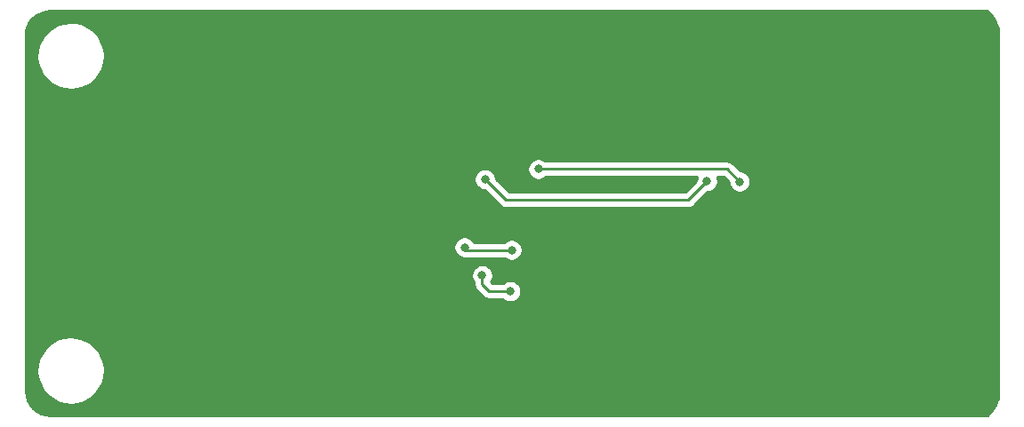
<source format=gbl>
G04 #@! TF.GenerationSoftware,KiCad,Pcbnew,(5.1.2-1)-1*
G04 #@! TF.CreationDate,2019-09-23T09:48:08+02:00*
G04 #@! TF.ProjectId,briefkastensensor,62726965-666b-4617-9374-656e73656e73,rev?*
G04 #@! TF.SameCoordinates,Original*
G04 #@! TF.FileFunction,Copper,L2,Bot*
G04 #@! TF.FilePolarity,Positive*
%FSLAX46Y46*%
G04 Gerber Fmt 4.6, Leading zero omitted, Abs format (unit mm)*
G04 Created by KiCad (PCBNEW (5.1.2-1)-1) date 2019-09-23 09:48:08*
%MOMM*%
%LPD*%
G04 APERTURE LIST*
%ADD10C,0.800000*%
%ADD11C,0.250000*%
%ADD12C,0.254000*%
G04 APERTURE END LIST*
D10*
X149542500Y-83289147D03*
X168706800Y-84480400D03*
X144182000Y-93421200D03*
X146862800Y-94945200D03*
X143500000Y-75844400D03*
X127500000Y-87500000D03*
X139000000Y-87500000D03*
X119500000Y-87500000D03*
X111000000Y-87500000D03*
X151500000Y-93000000D03*
X127500000Y-76000000D03*
X135500000Y-76000000D03*
X168000000Y-93000000D03*
X160500000Y-93000000D03*
X143500000Y-99000000D03*
X134048500Y-98996500D03*
X168000000Y-87500000D03*
X111000000Y-82000000D03*
X119500000Y-82000000D03*
X127500000Y-82000000D03*
X127500000Y-93000000D03*
X119500000Y-93000000D03*
X111000000Y-93000000D03*
X120650000Y-76708000D03*
X119500000Y-99000000D03*
X127500000Y-99000000D03*
X183515000Y-82550000D03*
X183500000Y-87500000D03*
X175500000Y-93000000D03*
X183500000Y-93000000D03*
X175500000Y-70000000D03*
X175500000Y-82000000D03*
X175500000Y-99000000D03*
X160000000Y-99000000D03*
X168000000Y-99000000D03*
X151500000Y-99000000D03*
X168000000Y-76000000D03*
X183500000Y-76000000D03*
X183500000Y-99000000D03*
X111000000Y-76000000D03*
X111000000Y-99000000D03*
X191643000Y-86169500D03*
X175500000Y-87500000D03*
X102006400Y-105003600D03*
X102006400Y-69983600D03*
X155500000Y-84772500D03*
X192214500Y-90551000D03*
X136000000Y-93000000D03*
X141000000Y-93000000D03*
X163449000Y-81978500D03*
X168000000Y-105000000D03*
X160000000Y-105000000D03*
X151500000Y-105000000D03*
X143500000Y-105003600D03*
X135500000Y-105000000D03*
X127500000Y-105000000D03*
X192000000Y-70000000D03*
X183500000Y-70000000D03*
X175500000Y-76000000D03*
X156750000Y-70000000D03*
X135500000Y-70000000D03*
X127500000Y-70000000D03*
X119500000Y-70000000D03*
X111000000Y-70000000D03*
X102000000Y-87500000D03*
X102000000Y-93000000D03*
X102000000Y-99000000D03*
X102000000Y-76000000D03*
X102000000Y-82000000D03*
X175500000Y-105000000D03*
X141071600Y-71831200D03*
X192000000Y-99000000D03*
X192000000Y-105000000D03*
X165750000Y-70000000D03*
X192000000Y-76000000D03*
X192000000Y-82000000D03*
X183500000Y-105000000D03*
X192000000Y-93000000D03*
X119500000Y-105000000D03*
X149961600Y-78500000D03*
X111000000Y-105000000D03*
X147000000Y-91000000D03*
X142500000Y-90750000D03*
X144462500Y-84264500D03*
X165608000Y-84455000D03*
D11*
X167515547Y-83289147D02*
X168706800Y-84480400D01*
X149735547Y-83289147D02*
X167515547Y-83289147D01*
X144842400Y-94945200D02*
X146862800Y-94945200D01*
X144182000Y-94284800D02*
X144842400Y-94945200D01*
X144182000Y-94284800D02*
X144182000Y-93421200D01*
X142750000Y-91000000D02*
X142500000Y-90750000D01*
X147000000Y-91000000D02*
X142750000Y-91000000D01*
X144477000Y-84250000D02*
X144462500Y-84264500D01*
X144462500Y-84264500D02*
X146431000Y-86233000D01*
X146431000Y-86233000D02*
X162052000Y-86233000D01*
X162052000Y-86233000D02*
X162560000Y-86233000D01*
X163830000Y-86233000D02*
X165608000Y-84455000D01*
X162877500Y-86233000D02*
X163830000Y-86233000D01*
X162052000Y-86233000D02*
X162877500Y-86233000D01*
D12*
G36*
X192292054Y-68252582D02*
G01*
X192532083Y-68467244D01*
X192746580Y-68707423D01*
X192932850Y-68970098D01*
X193088549Y-69251965D01*
X193211730Y-69549493D01*
X193300837Y-69858938D01*
X193354753Y-70176407D01*
X193373000Y-70501470D01*
X193373000Y-104496440D01*
X193354737Y-104821646D01*
X193300772Y-105139266D01*
X193211591Y-105448818D01*
X193088300Y-105746468D01*
X192932471Y-106028421D01*
X192746049Y-106291156D01*
X192531376Y-106531376D01*
X192291156Y-106746049D01*
X192229213Y-106790000D01*
X103034721Y-106790000D01*
X102555867Y-106743048D01*
X102128647Y-106614063D01*
X101734616Y-106404554D01*
X101388786Y-106122501D01*
X101104328Y-105778651D01*
X100892073Y-105386093D01*
X100760109Y-104959788D01*
X100710000Y-104483036D01*
X100710000Y-102545098D01*
X101770315Y-102545098D01*
X101840583Y-103171555D01*
X102031193Y-103772432D01*
X102334883Y-104324843D01*
X102740087Y-104807747D01*
X103231371Y-105202749D01*
X103790021Y-105494804D01*
X104394758Y-105672788D01*
X105022549Y-105729921D01*
X105649482Y-105664028D01*
X106251675Y-105477618D01*
X106806193Y-105177791D01*
X107291913Y-104775968D01*
X107690336Y-104287455D01*
X107986284Y-103730857D01*
X108168485Y-103127377D01*
X108230000Y-102500000D01*
X108228741Y-102409813D01*
X108149732Y-101784398D01*
X107950752Y-101186241D01*
X107639378Y-100638124D01*
X107227471Y-100160925D01*
X106730721Y-99772821D01*
X106168047Y-99488594D01*
X105560884Y-99319071D01*
X104932356Y-99270708D01*
X104306405Y-99345349D01*
X103706873Y-99540148D01*
X103156595Y-99847688D01*
X102676532Y-100256253D01*
X102284970Y-100750282D01*
X101996822Y-101310958D01*
X101823064Y-101916923D01*
X101770315Y-102545098D01*
X100710000Y-102545098D01*
X100710000Y-93319261D01*
X143147000Y-93319261D01*
X143147000Y-93523139D01*
X143186774Y-93723098D01*
X143264795Y-93911456D01*
X143378063Y-94080974D01*
X143422000Y-94124911D01*
X143422000Y-94247478D01*
X143418324Y-94284800D01*
X143422000Y-94322122D01*
X143422000Y-94322132D01*
X143432997Y-94433785D01*
X143459430Y-94520924D01*
X143476454Y-94577046D01*
X143547026Y-94709076D01*
X143586871Y-94757626D01*
X143641999Y-94824801D01*
X143671002Y-94848603D01*
X144278600Y-95456202D01*
X144302399Y-95485201D01*
X144418124Y-95580174D01*
X144550153Y-95650746D01*
X144693414Y-95694203D01*
X144805067Y-95705200D01*
X144805075Y-95705200D01*
X144842400Y-95708876D01*
X144879725Y-95705200D01*
X146159089Y-95705200D01*
X146203026Y-95749137D01*
X146372544Y-95862405D01*
X146560902Y-95940426D01*
X146760861Y-95980200D01*
X146964739Y-95980200D01*
X147164698Y-95940426D01*
X147353056Y-95862405D01*
X147522574Y-95749137D01*
X147666737Y-95604974D01*
X147780005Y-95435456D01*
X147858026Y-95247098D01*
X147897800Y-95047139D01*
X147897800Y-94843261D01*
X147858026Y-94643302D01*
X147780005Y-94454944D01*
X147666737Y-94285426D01*
X147522574Y-94141263D01*
X147353056Y-94027995D01*
X147164698Y-93949974D01*
X146964739Y-93910200D01*
X146760861Y-93910200D01*
X146560902Y-93949974D01*
X146372544Y-94027995D01*
X146203026Y-94141263D01*
X146159089Y-94185200D01*
X145157202Y-94185200D01*
X145012789Y-94040787D01*
X145099205Y-93911456D01*
X145177226Y-93723098D01*
X145217000Y-93523139D01*
X145217000Y-93319261D01*
X145177226Y-93119302D01*
X145099205Y-92930944D01*
X144985937Y-92761426D01*
X144841774Y-92617263D01*
X144672256Y-92503995D01*
X144483898Y-92425974D01*
X144283939Y-92386200D01*
X144080061Y-92386200D01*
X143880102Y-92425974D01*
X143691744Y-92503995D01*
X143522226Y-92617263D01*
X143378063Y-92761426D01*
X143264795Y-92930944D01*
X143186774Y-93119302D01*
X143147000Y-93319261D01*
X100710000Y-93319261D01*
X100710000Y-90648061D01*
X141465000Y-90648061D01*
X141465000Y-90851939D01*
X141504774Y-91051898D01*
X141582795Y-91240256D01*
X141696063Y-91409774D01*
X141840226Y-91553937D01*
X142009744Y-91667205D01*
X142198102Y-91745226D01*
X142398061Y-91785000D01*
X142601939Y-91785000D01*
X142722673Y-91760985D01*
X142749999Y-91763676D01*
X142787322Y-91760000D01*
X146296289Y-91760000D01*
X146340226Y-91803937D01*
X146509744Y-91917205D01*
X146698102Y-91995226D01*
X146898061Y-92035000D01*
X147101939Y-92035000D01*
X147301898Y-91995226D01*
X147490256Y-91917205D01*
X147659774Y-91803937D01*
X147803937Y-91659774D01*
X147917205Y-91490256D01*
X147995226Y-91301898D01*
X148035000Y-91101939D01*
X148035000Y-90898061D01*
X147995226Y-90698102D01*
X147917205Y-90509744D01*
X147803937Y-90340226D01*
X147659774Y-90196063D01*
X147490256Y-90082795D01*
X147301898Y-90004774D01*
X147101939Y-89965000D01*
X146898061Y-89965000D01*
X146698102Y-90004774D01*
X146509744Y-90082795D01*
X146340226Y-90196063D01*
X146296289Y-90240000D01*
X143404013Y-90240000D01*
X143303937Y-90090226D01*
X143159774Y-89946063D01*
X142990256Y-89832795D01*
X142801898Y-89754774D01*
X142601939Y-89715000D01*
X142398061Y-89715000D01*
X142198102Y-89754774D01*
X142009744Y-89832795D01*
X141840226Y-89946063D01*
X141696063Y-90090226D01*
X141582795Y-90259744D01*
X141504774Y-90448102D01*
X141465000Y-90648061D01*
X100710000Y-90648061D01*
X100710000Y-84162561D01*
X143427500Y-84162561D01*
X143427500Y-84366439D01*
X143467274Y-84566398D01*
X143545295Y-84754756D01*
X143658563Y-84924274D01*
X143802726Y-85068437D01*
X143972244Y-85181705D01*
X144160602Y-85259726D01*
X144360561Y-85299500D01*
X144422698Y-85299500D01*
X145867205Y-86744008D01*
X145890999Y-86773001D01*
X145919992Y-86796795D01*
X145919996Y-86796799D01*
X145990685Y-86854811D01*
X146006724Y-86867974D01*
X146138753Y-86938546D01*
X146282014Y-86982003D01*
X146393667Y-86993000D01*
X146393676Y-86993000D01*
X146430999Y-86996676D01*
X146468322Y-86993000D01*
X163792678Y-86993000D01*
X163830000Y-86996676D01*
X163867322Y-86993000D01*
X163867333Y-86993000D01*
X163978986Y-86982003D01*
X164122247Y-86938546D01*
X164254276Y-86867974D01*
X164370001Y-86773001D01*
X164393804Y-86743997D01*
X165647802Y-85490000D01*
X165709939Y-85490000D01*
X165909898Y-85450226D01*
X166098256Y-85372205D01*
X166267774Y-85258937D01*
X166411937Y-85114774D01*
X166525205Y-84945256D01*
X166603226Y-84756898D01*
X166643000Y-84556939D01*
X166643000Y-84353061D01*
X166603226Y-84153102D01*
X166560166Y-84049147D01*
X167200746Y-84049147D01*
X167671800Y-84520202D01*
X167671800Y-84582339D01*
X167711574Y-84782298D01*
X167789595Y-84970656D01*
X167902863Y-85140174D01*
X168047026Y-85284337D01*
X168216544Y-85397605D01*
X168404902Y-85475626D01*
X168604861Y-85515400D01*
X168808739Y-85515400D01*
X169008698Y-85475626D01*
X169197056Y-85397605D01*
X169366574Y-85284337D01*
X169510737Y-85140174D01*
X169624005Y-84970656D01*
X169702026Y-84782298D01*
X169741800Y-84582339D01*
X169741800Y-84378461D01*
X169702026Y-84178502D01*
X169624005Y-83990144D01*
X169510737Y-83820626D01*
X169366574Y-83676463D01*
X169197056Y-83563195D01*
X169008698Y-83485174D01*
X168808739Y-83445400D01*
X168746602Y-83445400D01*
X168079351Y-82778150D01*
X168055548Y-82749146D01*
X167939823Y-82654173D01*
X167807794Y-82583601D01*
X167664533Y-82540144D01*
X167552880Y-82529147D01*
X167552869Y-82529147D01*
X167515547Y-82525471D01*
X167478225Y-82529147D01*
X150246211Y-82529147D01*
X150202274Y-82485210D01*
X150032756Y-82371942D01*
X149844398Y-82293921D01*
X149644439Y-82254147D01*
X149440561Y-82254147D01*
X149240602Y-82293921D01*
X149052244Y-82371942D01*
X148882726Y-82485210D01*
X148738563Y-82629373D01*
X148625295Y-82798891D01*
X148547274Y-82987249D01*
X148507500Y-83187208D01*
X148507500Y-83391086D01*
X148547274Y-83591045D01*
X148625295Y-83779403D01*
X148738563Y-83948921D01*
X148882726Y-84093084D01*
X149052244Y-84206352D01*
X149240602Y-84284373D01*
X149440561Y-84324147D01*
X149644439Y-84324147D01*
X149844398Y-84284373D01*
X150032756Y-84206352D01*
X150202274Y-84093084D01*
X150246211Y-84049147D01*
X164655834Y-84049147D01*
X164612774Y-84153102D01*
X164573000Y-84353061D01*
X164573000Y-84415198D01*
X163515199Y-85473000D01*
X146745803Y-85473000D01*
X145497500Y-84224698D01*
X145497500Y-84162561D01*
X145457726Y-83962602D01*
X145379705Y-83774244D01*
X145266437Y-83604726D01*
X145122274Y-83460563D01*
X144952756Y-83347295D01*
X144764398Y-83269274D01*
X144564439Y-83229500D01*
X144360561Y-83229500D01*
X144160602Y-83269274D01*
X143972244Y-83347295D01*
X143802726Y-83460563D01*
X143658563Y-83604726D01*
X143545295Y-83774244D01*
X143467274Y-83962602D01*
X143427500Y-84162561D01*
X100710000Y-84162561D01*
X100710000Y-72545098D01*
X101770315Y-72545098D01*
X101840583Y-73171555D01*
X102031193Y-73772432D01*
X102334883Y-74324843D01*
X102740087Y-74807747D01*
X103231371Y-75202749D01*
X103790021Y-75494804D01*
X104394758Y-75672788D01*
X105022549Y-75729921D01*
X105649482Y-75664028D01*
X106251675Y-75477618D01*
X106806193Y-75177791D01*
X107291913Y-74775968D01*
X107690336Y-74287455D01*
X107986284Y-73730857D01*
X108168485Y-73127377D01*
X108230000Y-72500000D01*
X108228741Y-72409813D01*
X108149732Y-71784398D01*
X107950752Y-71186241D01*
X107639378Y-70638124D01*
X107227471Y-70160925D01*
X106730721Y-69772821D01*
X106168047Y-69488594D01*
X105560884Y-69319071D01*
X104932356Y-69270708D01*
X104306405Y-69345349D01*
X103706873Y-69540148D01*
X103156595Y-69847688D01*
X102676532Y-70256253D01*
X102284970Y-70750282D01*
X101996822Y-71310958D01*
X101823064Y-71916923D01*
X101770315Y-72545098D01*
X100710000Y-72545098D01*
X100710000Y-70534721D01*
X100756953Y-70055866D01*
X100885938Y-69628645D01*
X101095446Y-69234616D01*
X101377499Y-68888786D01*
X101721351Y-68604327D01*
X102113910Y-68392071D01*
X102540213Y-68260108D01*
X103016964Y-68210000D01*
X192232094Y-68210000D01*
X192292054Y-68252582D01*
X192292054Y-68252582D01*
G37*
X192292054Y-68252582D02*
X192532083Y-68467244D01*
X192746580Y-68707423D01*
X192932850Y-68970098D01*
X193088549Y-69251965D01*
X193211730Y-69549493D01*
X193300837Y-69858938D01*
X193354753Y-70176407D01*
X193373000Y-70501470D01*
X193373000Y-104496440D01*
X193354737Y-104821646D01*
X193300772Y-105139266D01*
X193211591Y-105448818D01*
X193088300Y-105746468D01*
X192932471Y-106028421D01*
X192746049Y-106291156D01*
X192531376Y-106531376D01*
X192291156Y-106746049D01*
X192229213Y-106790000D01*
X103034721Y-106790000D01*
X102555867Y-106743048D01*
X102128647Y-106614063D01*
X101734616Y-106404554D01*
X101388786Y-106122501D01*
X101104328Y-105778651D01*
X100892073Y-105386093D01*
X100760109Y-104959788D01*
X100710000Y-104483036D01*
X100710000Y-102545098D01*
X101770315Y-102545098D01*
X101840583Y-103171555D01*
X102031193Y-103772432D01*
X102334883Y-104324843D01*
X102740087Y-104807747D01*
X103231371Y-105202749D01*
X103790021Y-105494804D01*
X104394758Y-105672788D01*
X105022549Y-105729921D01*
X105649482Y-105664028D01*
X106251675Y-105477618D01*
X106806193Y-105177791D01*
X107291913Y-104775968D01*
X107690336Y-104287455D01*
X107986284Y-103730857D01*
X108168485Y-103127377D01*
X108230000Y-102500000D01*
X108228741Y-102409813D01*
X108149732Y-101784398D01*
X107950752Y-101186241D01*
X107639378Y-100638124D01*
X107227471Y-100160925D01*
X106730721Y-99772821D01*
X106168047Y-99488594D01*
X105560884Y-99319071D01*
X104932356Y-99270708D01*
X104306405Y-99345349D01*
X103706873Y-99540148D01*
X103156595Y-99847688D01*
X102676532Y-100256253D01*
X102284970Y-100750282D01*
X101996822Y-101310958D01*
X101823064Y-101916923D01*
X101770315Y-102545098D01*
X100710000Y-102545098D01*
X100710000Y-93319261D01*
X143147000Y-93319261D01*
X143147000Y-93523139D01*
X143186774Y-93723098D01*
X143264795Y-93911456D01*
X143378063Y-94080974D01*
X143422000Y-94124911D01*
X143422000Y-94247478D01*
X143418324Y-94284800D01*
X143422000Y-94322122D01*
X143422000Y-94322132D01*
X143432997Y-94433785D01*
X143459430Y-94520924D01*
X143476454Y-94577046D01*
X143547026Y-94709076D01*
X143586871Y-94757626D01*
X143641999Y-94824801D01*
X143671002Y-94848603D01*
X144278600Y-95456202D01*
X144302399Y-95485201D01*
X144418124Y-95580174D01*
X144550153Y-95650746D01*
X144693414Y-95694203D01*
X144805067Y-95705200D01*
X144805075Y-95705200D01*
X144842400Y-95708876D01*
X144879725Y-95705200D01*
X146159089Y-95705200D01*
X146203026Y-95749137D01*
X146372544Y-95862405D01*
X146560902Y-95940426D01*
X146760861Y-95980200D01*
X146964739Y-95980200D01*
X147164698Y-95940426D01*
X147353056Y-95862405D01*
X147522574Y-95749137D01*
X147666737Y-95604974D01*
X147780005Y-95435456D01*
X147858026Y-95247098D01*
X147897800Y-95047139D01*
X147897800Y-94843261D01*
X147858026Y-94643302D01*
X147780005Y-94454944D01*
X147666737Y-94285426D01*
X147522574Y-94141263D01*
X147353056Y-94027995D01*
X147164698Y-93949974D01*
X146964739Y-93910200D01*
X146760861Y-93910200D01*
X146560902Y-93949974D01*
X146372544Y-94027995D01*
X146203026Y-94141263D01*
X146159089Y-94185200D01*
X145157202Y-94185200D01*
X145012789Y-94040787D01*
X145099205Y-93911456D01*
X145177226Y-93723098D01*
X145217000Y-93523139D01*
X145217000Y-93319261D01*
X145177226Y-93119302D01*
X145099205Y-92930944D01*
X144985937Y-92761426D01*
X144841774Y-92617263D01*
X144672256Y-92503995D01*
X144483898Y-92425974D01*
X144283939Y-92386200D01*
X144080061Y-92386200D01*
X143880102Y-92425974D01*
X143691744Y-92503995D01*
X143522226Y-92617263D01*
X143378063Y-92761426D01*
X143264795Y-92930944D01*
X143186774Y-93119302D01*
X143147000Y-93319261D01*
X100710000Y-93319261D01*
X100710000Y-90648061D01*
X141465000Y-90648061D01*
X141465000Y-90851939D01*
X141504774Y-91051898D01*
X141582795Y-91240256D01*
X141696063Y-91409774D01*
X141840226Y-91553937D01*
X142009744Y-91667205D01*
X142198102Y-91745226D01*
X142398061Y-91785000D01*
X142601939Y-91785000D01*
X142722673Y-91760985D01*
X142749999Y-91763676D01*
X142787322Y-91760000D01*
X146296289Y-91760000D01*
X146340226Y-91803937D01*
X146509744Y-91917205D01*
X146698102Y-91995226D01*
X146898061Y-92035000D01*
X147101939Y-92035000D01*
X147301898Y-91995226D01*
X147490256Y-91917205D01*
X147659774Y-91803937D01*
X147803937Y-91659774D01*
X147917205Y-91490256D01*
X147995226Y-91301898D01*
X148035000Y-91101939D01*
X148035000Y-90898061D01*
X147995226Y-90698102D01*
X147917205Y-90509744D01*
X147803937Y-90340226D01*
X147659774Y-90196063D01*
X147490256Y-90082795D01*
X147301898Y-90004774D01*
X147101939Y-89965000D01*
X146898061Y-89965000D01*
X146698102Y-90004774D01*
X146509744Y-90082795D01*
X146340226Y-90196063D01*
X146296289Y-90240000D01*
X143404013Y-90240000D01*
X143303937Y-90090226D01*
X143159774Y-89946063D01*
X142990256Y-89832795D01*
X142801898Y-89754774D01*
X142601939Y-89715000D01*
X142398061Y-89715000D01*
X142198102Y-89754774D01*
X142009744Y-89832795D01*
X141840226Y-89946063D01*
X141696063Y-90090226D01*
X141582795Y-90259744D01*
X141504774Y-90448102D01*
X141465000Y-90648061D01*
X100710000Y-90648061D01*
X100710000Y-84162561D01*
X143427500Y-84162561D01*
X143427500Y-84366439D01*
X143467274Y-84566398D01*
X143545295Y-84754756D01*
X143658563Y-84924274D01*
X143802726Y-85068437D01*
X143972244Y-85181705D01*
X144160602Y-85259726D01*
X144360561Y-85299500D01*
X144422698Y-85299500D01*
X145867205Y-86744008D01*
X145890999Y-86773001D01*
X145919992Y-86796795D01*
X145919996Y-86796799D01*
X145990685Y-86854811D01*
X146006724Y-86867974D01*
X146138753Y-86938546D01*
X146282014Y-86982003D01*
X146393667Y-86993000D01*
X146393676Y-86993000D01*
X146430999Y-86996676D01*
X146468322Y-86993000D01*
X163792678Y-86993000D01*
X163830000Y-86996676D01*
X163867322Y-86993000D01*
X163867333Y-86993000D01*
X163978986Y-86982003D01*
X164122247Y-86938546D01*
X164254276Y-86867974D01*
X164370001Y-86773001D01*
X164393804Y-86743997D01*
X165647802Y-85490000D01*
X165709939Y-85490000D01*
X165909898Y-85450226D01*
X166098256Y-85372205D01*
X166267774Y-85258937D01*
X166411937Y-85114774D01*
X166525205Y-84945256D01*
X166603226Y-84756898D01*
X166643000Y-84556939D01*
X166643000Y-84353061D01*
X166603226Y-84153102D01*
X166560166Y-84049147D01*
X167200746Y-84049147D01*
X167671800Y-84520202D01*
X167671800Y-84582339D01*
X167711574Y-84782298D01*
X167789595Y-84970656D01*
X167902863Y-85140174D01*
X168047026Y-85284337D01*
X168216544Y-85397605D01*
X168404902Y-85475626D01*
X168604861Y-85515400D01*
X168808739Y-85515400D01*
X169008698Y-85475626D01*
X169197056Y-85397605D01*
X169366574Y-85284337D01*
X169510737Y-85140174D01*
X169624005Y-84970656D01*
X169702026Y-84782298D01*
X169741800Y-84582339D01*
X169741800Y-84378461D01*
X169702026Y-84178502D01*
X169624005Y-83990144D01*
X169510737Y-83820626D01*
X169366574Y-83676463D01*
X169197056Y-83563195D01*
X169008698Y-83485174D01*
X168808739Y-83445400D01*
X168746602Y-83445400D01*
X168079351Y-82778150D01*
X168055548Y-82749146D01*
X167939823Y-82654173D01*
X167807794Y-82583601D01*
X167664533Y-82540144D01*
X167552880Y-82529147D01*
X167552869Y-82529147D01*
X167515547Y-82525471D01*
X167478225Y-82529147D01*
X150246211Y-82529147D01*
X150202274Y-82485210D01*
X150032756Y-82371942D01*
X149844398Y-82293921D01*
X149644439Y-82254147D01*
X149440561Y-82254147D01*
X149240602Y-82293921D01*
X149052244Y-82371942D01*
X148882726Y-82485210D01*
X148738563Y-82629373D01*
X148625295Y-82798891D01*
X148547274Y-82987249D01*
X148507500Y-83187208D01*
X148507500Y-83391086D01*
X148547274Y-83591045D01*
X148625295Y-83779403D01*
X148738563Y-83948921D01*
X148882726Y-84093084D01*
X149052244Y-84206352D01*
X149240602Y-84284373D01*
X149440561Y-84324147D01*
X149644439Y-84324147D01*
X149844398Y-84284373D01*
X150032756Y-84206352D01*
X150202274Y-84093084D01*
X150246211Y-84049147D01*
X164655834Y-84049147D01*
X164612774Y-84153102D01*
X164573000Y-84353061D01*
X164573000Y-84415198D01*
X163515199Y-85473000D01*
X146745803Y-85473000D01*
X145497500Y-84224698D01*
X145497500Y-84162561D01*
X145457726Y-83962602D01*
X145379705Y-83774244D01*
X145266437Y-83604726D01*
X145122274Y-83460563D01*
X144952756Y-83347295D01*
X144764398Y-83269274D01*
X144564439Y-83229500D01*
X144360561Y-83229500D01*
X144160602Y-83269274D01*
X143972244Y-83347295D01*
X143802726Y-83460563D01*
X143658563Y-83604726D01*
X143545295Y-83774244D01*
X143467274Y-83962602D01*
X143427500Y-84162561D01*
X100710000Y-84162561D01*
X100710000Y-72545098D01*
X101770315Y-72545098D01*
X101840583Y-73171555D01*
X102031193Y-73772432D01*
X102334883Y-74324843D01*
X102740087Y-74807747D01*
X103231371Y-75202749D01*
X103790021Y-75494804D01*
X104394758Y-75672788D01*
X105022549Y-75729921D01*
X105649482Y-75664028D01*
X106251675Y-75477618D01*
X106806193Y-75177791D01*
X107291913Y-74775968D01*
X107690336Y-74287455D01*
X107986284Y-73730857D01*
X108168485Y-73127377D01*
X108230000Y-72500000D01*
X108228741Y-72409813D01*
X108149732Y-71784398D01*
X107950752Y-71186241D01*
X107639378Y-70638124D01*
X107227471Y-70160925D01*
X106730721Y-69772821D01*
X106168047Y-69488594D01*
X105560884Y-69319071D01*
X104932356Y-69270708D01*
X104306405Y-69345349D01*
X103706873Y-69540148D01*
X103156595Y-69847688D01*
X102676532Y-70256253D01*
X102284970Y-70750282D01*
X101996822Y-71310958D01*
X101823064Y-71916923D01*
X101770315Y-72545098D01*
X100710000Y-72545098D01*
X100710000Y-70534721D01*
X100756953Y-70055866D01*
X100885938Y-69628645D01*
X101095446Y-69234616D01*
X101377499Y-68888786D01*
X101721351Y-68604327D01*
X102113910Y-68392071D01*
X102540213Y-68260108D01*
X103016964Y-68210000D01*
X192232094Y-68210000D01*
X192292054Y-68252582D01*
M02*

</source>
